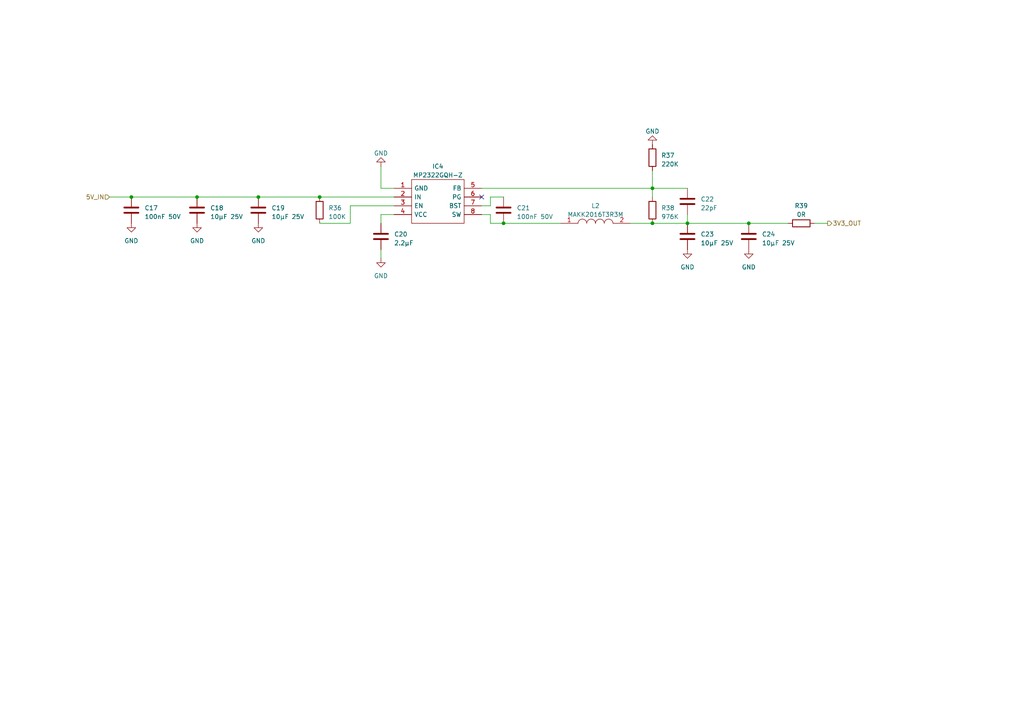
<source format=kicad_sch>
(kicad_sch (version 20230121) (generator eeschema)
  (paper "A4")
  (lib_symbols
    (symbol "Device:C" (pin_numbers hide) (pin_names (offset 0.254))
      (property "Reference" "C" (at 0.635 2.54 0))
      (property "Value" "C" (at 0.635 -2.54 0))
      (symbol "C_0_1"
        (polyline (pts (xy -2.032 -0.762) (xy 2.032 -0.762)) (stroke (width 0.508)))
        (polyline (pts (xy -2.032 0.762) (xy 2.032 0.762)) (stroke (width 0.508)))
      )
      (symbol "C_1_1"
        (pin passive line (at 0 3.81 270) (length 2.794) (name "~") (number "1"))
        (pin passive line (at 0 -3.81 90) (length 2.794) (name "~") (number "2"))
      )
    )
    (symbol "Device:R" (pin_numbers hide) (pin_names (offset 0))
      (property "Reference" "R" (at 2.032 0 90))
      (property "Value" "R" (at 0 0 90))
      (symbol "R_0_1"
        (rectangle (start -1.016 -2.54) (end 1.016 2.54) (stroke (width 0.254)))
      )
      (symbol "R_1_1"
        (pin passive line (at 0 3.81 270) (length 1.27) (name "~") (number "1"))
        (pin passive line (at 0 -3.81 90) (length 1.27) (name "~") (number "2"))
      )
    )
    (symbol "SamacSys_Parts:MAKK2016T3R3M" (pin_names (offset 0.762))
      (property "Reference" "L" (at 16.51 6.35 0))
      (property "Value" "MAKK2016T3R3M" (at 16.51 3.81 0))
      (symbol "MAKK2016T3R3M_0_0"
        (pin passive line (at 0 0 0) (length 5.08) (name "~") (number "1"))
        (pin passive line (at 20.32 0 180) (length 5.08) (name "~") (number "2"))
      )
      (symbol "MAKK2016T3R3M_0_1"
        (arc (start 7.62 0) (mid 6.35 1.2202) (end 5.08 0) (stroke (width 0.1524)))
        (arc (start 10.16 0) (mid 8.89 1.2202) (end 7.62 0) (stroke (width 0.1524)))
        (arc (start 12.7 0) (mid 11.43 1.2202) (end 10.16 0) (stroke (width 0.1524)))
        (arc (start 15.24 0) (mid 13.97 1.2202) (end 12.7 0) (stroke (width 0.1524)))
      )
    )
    (symbol "SamacSys_Parts:MP2322GQH-Z" (pin_names (offset 0.762))
      (property "Reference" "IC" (at 21.59 7.62 0))
      (property "Value" "MP2322GQH-Z" (at 21.59 5.08 0))
      (symbol "MP2322GQH-Z_0_0"
        (pin passive line (at 0 0 0) (length 5.08) (name "GND") (number "1"))
        (pin passive line (at 0 -2.54 0) (length 5.08) (name "IN") (number "2"))
        (pin passive line (at 0 -5.08 0) (length 5.08) (name "EN") (number "3"))
        (pin passive line (at 0 -7.62 0) (length 5.08) (name "VCC") (number "4"))
        (pin passive line (at 25.4 0 180) (length 5.08) (name "FB") (number "5"))
        (pin passive line (at 25.4 -2.54 180) (length 5.08) (name "PG") (number "6"))
        (pin passive line (at 25.4 -5.08 180) (length 5.08) (name "BST") (number "7"))
        (pin passive line (at 25.4 -7.62 180) (length 5.08) (name "SW") (number "8"))
      )
      (symbol "MP2322GQH-Z_0_1"
        (polyline (pts (xy 5.08 2.54) (xy 20.32 2.54) (xy 20.32 -10.16) (xy 5.08 -10.16) (xy 5.08 2.54)) (stroke (width 0.1524)))
      )
    )
    (symbol "power:GND" (power) (pin_names (offset 0))
      (property "Value" "GND" (at 0 -3.81 0))
      (symbol "GND_0_1"
        (polyline (pts (xy 0 0) (xy 0 -1.27) (xy 1.27 -1.27) (xy 0 -2.54) (xy -1.27 -1.27) (xy 0 -1.27)))
      )
      (symbol "GND_1_1"
        (pin power_in line (at 0 0 270) (length 0) hide (name "GND") (number "1"))
      )
    )
  )
  (junction (at 38.1 57.15))
  (junction (at 189.23 64.77))
  (junction (at 92.71 57.15))
  (junction (at 217.17 64.77))
  (junction (at 74.93 57.15))
  (junction (at 199.39 64.77))
  (junction (at 57.15 57.15))
  (junction (at 189.23 54.61))
  (junction (at 146.05 64.77))
  (no_connect (at 139.7 57.15))
  (wire (pts (xy 101.6 59.69) (xy 101.6 64.77)))
  (wire (pts (xy 189.23 54.61) (xy 189.23 57.15)))
  (wire (pts (xy 217.17 64.77) (xy 228.6 64.77)))
  (wire (pts (xy 110.49 62.23) (xy 110.49 64.77)))
  (wire (pts (xy 142.24 62.23) (xy 142.24 64.77)))
  (wire (pts (xy 189.23 49.53) (xy 189.23 54.61)))
  (wire (pts (xy 139.7 62.23) (xy 142.24 62.23)))
  (wire (pts (xy 114.3 54.61) (xy 110.49 54.61)))
  (wire (pts (xy 114.3 57.15) (xy 92.71 57.15)))
  (wire (pts (xy 199.39 64.77) (xy 189.23 64.77)))
  (wire (pts (xy 57.15 57.15) (xy 38.1 57.15)))
  (wire (pts (xy 199.39 64.77) (xy 217.17 64.77)))
  (wire (pts (xy 142.24 59.69) (xy 142.24 57.15)))
  (wire (pts (xy 74.93 57.15) (xy 57.15 57.15)))
  (wire (pts (xy 189.23 54.61) (xy 199.39 54.61)))
  (wire (pts (xy 92.71 57.15) (xy 74.93 57.15)))
  (wire (pts (xy 101.6 64.77) (xy 92.71 64.77)))
  (wire (pts (xy 236.22 64.77) (xy 240.03 64.77)))
  (wire (pts (xy 110.49 54.61) (xy 110.49 48.26)))
  (wire (pts (xy 38.1 57.15) (xy 31.75 57.15)))
  (wire (pts (xy 146.05 64.77) (xy 162.56 64.77)))
  (wire (pts (xy 199.39 62.23) (xy 199.39 64.77)))
  (wire (pts (xy 114.3 59.69) (xy 101.6 59.69)))
  (wire (pts (xy 110.49 72.39) (xy 110.49 74.93)))
  (wire (pts (xy 139.7 59.69) (xy 142.24 59.69)))
  (wire (pts (xy 142.24 57.15) (xy 146.05 57.15)))
  (wire (pts (xy 114.3 62.23) (xy 110.49 62.23)))
  (wire (pts (xy 142.24 64.77) (xy 146.05 64.77)))
  (wire (pts (xy 139.7 54.61) (xy 189.23 54.61)))
  (wire (pts (xy 182.88 64.77) (xy 189.23 64.77)))
  (hierarchical_label "3V3_OUT" (shape output) (at 240.03 64.77 0))
  (hierarchical_label "5V_IN" (shape input) (at 31.75 57.15 180))
  (symbol (lib_id "Device:C") (at 199.39 58.42 0) (unit 1)
    (property "Reference" "C22" (at 203.2 57.785 0) (effects (justify left)))
    (property "Value" "22pF" (at 203.2 60.325 0) (effects (justify left)))
    (property "Footprint" "Capacitor_SMD:C_0402_1005Metric" (effects hide))
    (property "Description" "CAP CHIP 0402 22pF 50V C0G 5%" (effects hide))
    (property "Manufacturer_Part_Number" "C0402C220J5GAC7411" (effects hide))
  )
  (symbol (lib_id "power:GND") (at 217.17 72.39 0) (unit 1)
    (property "Reference" "#PWR042" (effects hide))
    (property "Value" "GND" (at 217.17 77.47 0))
  )
  (symbol (lib_id "power:GND") (at 74.93 64.77 0) (unit 1)
    (property "Reference" "#PWR037" (effects hide))
    (property "Value" "GND" (at 74.93 69.85 0))
  )
  (symbol (lib_id "power:GND") (at 57.15 64.77 0) (unit 1)
    (property "Reference" "#PWR036" (effects hide))
    (property "Value" "GND" (at 57.15 69.85 0))
  )
  (symbol (lib_id "power:GND") (at 199.39 72.39 0) (unit 1)
    (property "Reference" "#PWR041" (effects hide))
    (property "Value" "GND" (at 199.39 77.47 0))
  )
  (symbol (lib_id "power:GND") (at 38.1 64.77 0) (unit 1)
    (property "Reference" "#PWR035" (effects hide))
    (property "Value" "GND" (at 38.1 69.85 0))
  )
  (symbol (lib_id "power:GND") (at 110.49 74.93 0) (unit 1)
    (property "Reference" "#PWR039" (effects hide))
    (property "Value" "GND" (at 110.49 80.01 0))
  )
  (symbol (lib_id "power:GND") (at 189.23 41.91 180) (unit 1)
    (property "Reference" "#PWR040" (effects hide))
    (property "Value" "GND" (at 189.23 38.1 0))
  )
  (symbol (lib_id "Device:R") (at 232.41 64.77 90) (unit 1)
    (property "Reference" "R39" (at 232.41 59.69 90))
    (property "Value" "0R" (at 232.41 62.23 90))
    (property "Footprint" "Resistor_SMD:R_0402_1005Metric" (effects hide))
    (property "Description" "RES CHIP 0402 0R 1/16W" (effects hide))
    (property "Manufacturer_Part_Number" "CRCW04020000Z0EDC" (effects hide))
  )
  (symbol (lib_id "Device:C") (at 199.39 68.58 0) (unit 1)
    (property "Reference" "C23" (at 203.2 67.945 0) (effects (justify left)))
    (property "Value" "10µF 25V" (at 203.2 70.485 0) (effects (justify left)))
    (property "Footprint" "Capacitor_SMD:C_0603_1608Metric" (effects hide))
    (property "Description" "CAP CHIP 0603 10uF 25V X5R 20%" (effects hide))
    (property "Manufacturer_Part_Number" "GRM188R61E106MA73J" (effects hide))
  )
  (symbol (lib_id "SamacSys_Parts:MP2322GQH-Z") (at 114.3 54.61 0) (unit 1)
    (property "Reference" "IC4" (at 127 48.26 0))
    (property "Value" "MP2322GQH-Z" (at 127 50.8 0))
    (property "Footprint" "MP2322GQHZ" (effects hide))
    (property "Description" "Switching Voltage Regulators 1A, 22V, Low IQ, Synchronous Step Down Converter" (effects hide))
    (property "Height" "0.9" (effects hide))
    (property "Manufacturer_Name" "Monolithic Power Systems (MPS)" (effects hide))
    (property "Manufacturer_Part_Number" "MP2322GQH-Z" (effects hide))
    (property "Mouser Part Number" "946-MP2322GQH-Z" (effects hide))
    (property "Mouser Price/Stock" "https://www.mouser.co.uk/ProductDetail/Monolithic-Power-Systems-MPS/MP2322GQH-Z?qs=byeeYqUIh0PNRfOYikm40g%3D%3D" (effects hide))
  )
  (symbol (lib_id "Device:R") (at 92.71 60.96 0) (unit 1)
    (property "Reference" "R36" (at 95.25 60.325 0) (effects (justify left)))
    (property "Value" "100K" (at 95.25 62.865 0) (effects (justify left)))
    (property "Footprint" "Resistor_SMD:R_0402_1005Metric" (effects hide))
    (property "Description" "RES CHIP 0402 100K 1% 1/16W" (effects hide))
    (property "Manufacturer_Part_Number" "CRCW0402100KFKEDC" (effects hide))
  )
  (symbol (lib_id "Device:C") (at 110.49 68.58 0) (unit 1)
    (property "Reference" "C20" (at 114.3 67.945 0) (effects (justify left)))
    (property "Value" "2.2µF" (at 114.3 70.485 0) (effects (justify left)))
    (property "Footprint" "Capacitor_SMD:C_0402_1005Metric" (effects hide))
    (property "Description" "CAP CHIP 0402 2.2uF 6.3V X5R 10%" (effects hide))
    (property "Manufacturer_Part_Number" "GRM155R60J225KE95D" (effects hide))
  )
  (symbol (lib_id "Device:C") (at 217.17 68.58 0) (unit 1)
    (property "Reference" "C24" (at 220.98 67.945 0) (effects (justify left)))
    (property "Value" "10µF 25V" (at 220.98 70.485 0) (effects (justify left)))
    (property "Footprint" "Capacitor_SMD:C_0603_1608Metric" (effects hide))
    (property "Description" "CAP CHIP 0603 10uF 25V X5R 20%" (effects hide))
    (property "Manufacturer_Part_Number" "GRM188R61E106MA73J" (effects hide))
  )
  (symbol (lib_id "power:GND") (at 110.49 48.26 180) (unit 1)
    (property "Reference" "#PWR038" (effects hide))
    (property "Value" "GND" (at 110.49 44.45 0))
  )
  (symbol (lib_id "Device:C") (at 146.05 60.96 0) (unit 1)
    (property "Reference" "C21" (at 149.86 60.325 0) (effects (justify left)))
    (property "Value" "100nF 50V" (at 149.86 62.865 0) (effects (justify left)))
    (property "Footprint" "Capacitor_SMD:C_0402_1005Metric" (effects hide))
    (property "Description" "CAP CHIP 0402 100nF 50V X5R 10%" (effects hide))
    (property "Manufacturer_Part_Number" "GRM155R61H104KE19D" (effects hide))
  )
  (symbol (lib_id "Device:C") (at 74.93 60.96 0) (unit 1)
    (property "Reference" "C19" (at 78.74 60.325 0) (effects (justify left)))
    (property "Value" "10µF 25V" (at 78.74 62.865 0) (effects (justify left)))
    (property "Footprint" "Capacitor_SMD:C_0603_1608Metric" (effects hide))
    (property "Description" "CAP CHIP 0603 10uF 25V X5R 20%" (effects hide))
    (property "Manufacturer_Part_Number" "GRM188R61E106MA73J" (effects hide))
  )
  (symbol (lib_id "Device:C") (at 38.1 60.96 0) (unit 1)
    (property "Reference" "C17" (at 41.91 60.325 0) (effects (justify left)))
    (property "Value" "100nF 50V" (at 41.91 62.865 0) (effects (justify left)))
    (property "Footprint" "Capacitor_SMD:C_0402_1005Metric" (effects hide))
    (property "Description" "CAP CHIP 0402 100nF 50V X5R 10%" (effects hide))
    (property "Manufacturer_Part_Number" "GRM155R61H104KE19D" (effects hide))
  )
  (symbol (lib_id "Device:R") (at 189.23 45.72 0) (unit 1)
    (property "Reference" "R37" (at 191.77 45.085 0) (effects (justify left)))
    (property "Value" "220K" (at 191.77 47.625 0) (effects (justify left)))
    (property "Footprint" "Resistor_SMD:R_0402_1005Metric" (effects hide))
    (property "Description" "RES CHIP 0402 220K 1% 1/16W" (effects hide))
    (property "Manufacturer_Part_Number" "CRCW0402220KFKED" (effects hide))
  )
  (symbol (lib_id "Device:R") (at 189.23 60.96 0) (unit 1)
    (property "Reference" "R38" (at 191.77 60.325 0) (effects (justify left)))
    (property "Value" "976K" (at 191.77 62.865 0) (effects (justify left)))
    (property "Footprint" "Resistor_SMD:R_0402_1005Metric" (effects hide))
    (property "Description" "RES CHIP 0402 976K 1% 1/16W" (effects hide))
    (property "Manufacturer_Part_Number" "CRCW0402976KFKED" (effects hide))
  )
  (symbol (lib_id "Device:C") (at 57.15 60.96 0) (unit 1)
    (property "Reference" "C18" (at 60.96 60.325 0) (effects (justify left)))
    (property "Value" "10µF 25V" (at 60.96 62.865 0) (effects (justify left)))
    (property "Footprint" "Capacitor_SMD:C_0603_1608Metric" (effects hide))
    (property "Description" "CAP CHIP 0603 10uF 25V X5R 20%" (effects hide))
    (property "Manufacturer_Part_Number" "GRM188R61E106MA73J" (effects hide))
  )
  (symbol (lib_id "SamacSys_Parts:MAKK2016T3R3M") (at 162.56 64.77 0) (unit 1)
    (property "Reference" "L2" (at 172.72 59.69 0))
    (property "Value" "MAKK2016T3R3M" (at 172.72 62.23 0))
    (property "Footprint" "INDPM2016X100N" (effects hide))
    (property "Datasheet" "https://mouser.componentsearchengine.com/Datasheets/1/MAKK2016T3R3M.pdf" (effects hide))
    (property "Description" "Fixed Inductors 0806 3.3uH 255mOhms +/-20% 1150A HiCur" (effects hide))
    (property "Height" "1" (effects hide))
    (property "Manufacturer_Name" "TAIYO YUDEN" (effects hide))
    (property "Manufacturer_Part_Number" "MAKK2016T3R3M" (effects hide))
    (property "Mouser Part Number" "963-MAKK2016T3R3M" (effects hide))
    (property "Mouser Price/Stock" "https://www.mouser.co.uk/ProductDetail/TAIYO-YUDEN/MAKK2016T3R3M?qs=Z6svWd%2FY2UTQY1%2FASu%252BfUw%3D%3D" (effects hide))
  )
)
</source>
